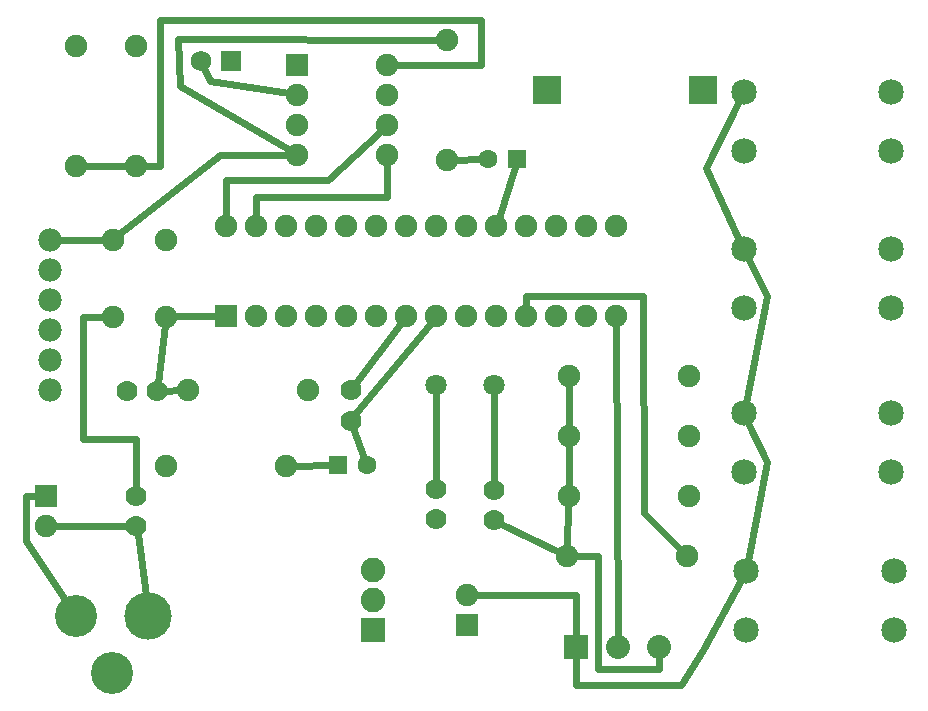
<source format=gbl>
G04 MADE WITH FRITZING*
G04 WWW.FRITZING.ORG*
G04 DOUBLE SIDED*
G04 HOLES PLATED*
G04 CONTOUR ON CENTER OF CONTOUR VECTOR*
%ASAXBY*%
%FSLAX23Y23*%
%MOIN*%
%OFA0B0*%
%SFA1.0B1.0*%
%ADD10C,0.093000*%
%ADD11C,0.078000*%
%ADD12C,0.075000*%
%ADD13C,0.070000*%
%ADD14C,0.080000*%
%ADD15C,0.082000*%
%ADD16C,0.158100*%
%ADD17C,0.140000*%
%ADD18C,0.062992*%
%ADD19C,0.070925*%
%ADD20C,0.070866*%
%ADD21C,0.069000*%
%ADD22C,0.085000*%
%ADD23R,0.080000X0.080000*%
%ADD24R,0.075000X0.075000*%
%ADD25R,0.082000X0.082000*%
%ADD26R,0.062992X0.062992*%
%ADD27R,0.069000X0.069000*%
%ADD28C,0.024000*%
%ADD29R,0.001000X0.001000*%
%LNCOPPER0*%
G90*
G70*
G54D10*
X1871Y2200D03*
X2391Y2200D03*
G54D11*
X212Y1202D03*
X212Y1302D03*
X212Y1402D03*
X212Y1502D03*
X212Y1602D03*
X212Y1702D03*
G54D12*
X599Y1702D03*
X599Y1446D03*
X422Y1702D03*
X422Y1446D03*
G54D13*
X569Y1198D03*
X469Y1198D03*
G54D14*
X1967Y346D03*
X2105Y346D03*
X2243Y346D03*
G54D12*
X801Y1448D03*
X801Y1748D03*
X901Y1448D03*
X901Y1748D03*
X1001Y1448D03*
X1001Y1748D03*
X1101Y1448D03*
X1101Y1748D03*
X1201Y1448D03*
X1201Y1748D03*
X1301Y1448D03*
X1301Y1748D03*
X1401Y1448D03*
X1401Y1748D03*
X1501Y1448D03*
X1501Y1748D03*
X1601Y1448D03*
X1601Y1748D03*
X1701Y1448D03*
X1701Y1748D03*
X1801Y1448D03*
X1801Y1748D03*
X1901Y1448D03*
X1901Y1748D03*
X2001Y1448D03*
X2001Y1748D03*
X2101Y1448D03*
X2101Y1748D03*
G54D15*
X1289Y400D03*
X1289Y500D03*
X1289Y600D03*
G54D16*
X541Y448D03*
G54D17*
X301Y448D03*
X421Y258D03*
G54D13*
X501Y748D03*
X501Y848D03*
G54D12*
X1602Y417D03*
X1602Y517D03*
X201Y848D03*
X201Y748D03*
G54D18*
X1172Y951D03*
X1271Y951D03*
G54D12*
X1001Y948D03*
X601Y948D03*
X674Y1201D03*
X1074Y1201D03*
G54D19*
X1692Y1218D03*
G54D20*
X1499Y1218D03*
G54D13*
X1215Y1200D03*
X1215Y1099D03*
X1501Y773D03*
X1501Y873D03*
X1693Y868D03*
X1693Y768D03*
G54D18*
X1771Y1970D03*
X1673Y1970D03*
G54D12*
X1535Y1969D03*
X1535Y2369D03*
X1037Y2286D03*
X1337Y2286D03*
X1037Y2186D03*
X1337Y2186D03*
X1037Y2086D03*
X1337Y2086D03*
X1037Y1986D03*
X1337Y1986D03*
X501Y1948D03*
X501Y2348D03*
X301Y1948D03*
X301Y2348D03*
G54D21*
X815Y2298D03*
X715Y2298D03*
G54D22*
X3017Y2196D03*
X3017Y1999D03*
X2525Y1999D03*
X2525Y2196D03*
X3017Y2196D03*
X3017Y1999D03*
X2525Y1999D03*
X2525Y2196D03*
X3017Y2196D03*
X3017Y1999D03*
X2525Y1999D03*
X2525Y2196D03*
X3017Y1672D03*
X3017Y1475D03*
X2525Y1475D03*
X2525Y1672D03*
X3017Y1672D03*
X3017Y1475D03*
X2525Y1475D03*
X2525Y1672D03*
X3017Y1672D03*
X3017Y1475D03*
X2525Y1475D03*
X2525Y1672D03*
G54D12*
X2342Y1248D03*
X1942Y1248D03*
X2342Y848D03*
X1942Y848D03*
X2342Y1048D03*
X1942Y1048D03*
X2337Y648D03*
X1937Y648D03*
G54D22*
X3025Y598D03*
X3025Y401D03*
X2533Y401D03*
X2533Y598D03*
X3025Y598D03*
X3025Y401D03*
X2533Y401D03*
X2533Y598D03*
X3025Y598D03*
X3025Y401D03*
X2533Y401D03*
X2533Y598D03*
X3017Y1125D03*
X3017Y928D03*
X2525Y928D03*
X2525Y1125D03*
X3017Y1125D03*
X3017Y928D03*
X2525Y928D03*
X2525Y1125D03*
X3017Y1125D03*
X3017Y928D03*
X2525Y928D03*
X2525Y1125D03*
G54D23*
X1967Y346D03*
G54D24*
X801Y1448D03*
G54D25*
X1289Y400D03*
G54D24*
X1602Y417D03*
X201Y848D03*
G54D26*
X1172Y951D03*
X1771Y1970D03*
G54D24*
X1037Y2286D03*
G54D27*
X815Y2298D03*
G54D28*
X1646Y1970D02*
X1563Y1969D01*
D02*
X1146Y950D02*
X1030Y949D01*
D02*
X2105Y377D02*
X2101Y1420D01*
D02*
X1693Y894D02*
X1692Y1191D01*
D02*
X1763Y1944D02*
X1710Y1776D01*
D02*
X1009Y2190D02*
X747Y2231D01*
D02*
X747Y2231D02*
X726Y2276D01*
D02*
X475Y748D02*
X230Y748D01*
D02*
X532Y518D02*
X505Y722D01*
D02*
X1500Y899D02*
X1499Y1191D01*
D02*
X772Y1448D02*
X627Y1447D01*
D02*
X572Y1224D02*
X595Y1418D01*
D02*
X645Y1200D02*
X595Y1199D01*
D02*
X1801Y1477D02*
X1801Y1515D01*
D02*
X1801Y1515D02*
X2188Y1515D01*
D02*
X2188Y1515D02*
X2193Y792D01*
D02*
X2193Y792D02*
X2316Y669D01*
D02*
X1316Y2066D02*
X1139Y1903D01*
D02*
X1139Y1903D02*
X801Y1903D01*
D02*
X801Y1903D02*
X801Y1777D01*
D02*
X1337Y1844D02*
X901Y1844D01*
D02*
X1337Y1957D02*
X1337Y1844D01*
D02*
X901Y1844D02*
X901Y1777D01*
D02*
X393Y1702D02*
X243Y1702D01*
D02*
X501Y1039D02*
X323Y1039D01*
D02*
X501Y875D02*
X501Y1039D01*
D02*
X323Y1039D02*
X323Y1446D01*
D02*
X323Y1446D02*
X393Y1446D01*
D02*
X267Y499D02*
X132Y699D01*
X132Y699D02*
X132Y848D01*
D02*
X132Y848D02*
X172Y848D01*
D02*
X779Y1986D02*
X444Y1720D01*
D02*
X1009Y1986D02*
X779Y1986D01*
D02*
X1506Y2369D02*
X641Y2371D01*
D02*
X641Y2371D02*
X645Y2214D01*
D02*
X645Y2214D02*
X1012Y2000D01*
D02*
X1911Y661D02*
X1717Y756D01*
D02*
X1941Y820D02*
X1937Y677D01*
D02*
X1942Y1020D02*
X1942Y877D01*
D02*
X1942Y1220D02*
X1942Y1077D01*
D02*
X1224Y1075D02*
X1261Y976D01*
D02*
X1483Y1426D02*
X1231Y1120D01*
D02*
X2243Y315D02*
X2243Y271D01*
D02*
X2243Y271D02*
X2041Y271D01*
D02*
X2041Y271D02*
X2041Y648D01*
D02*
X2041Y648D02*
X1965Y648D01*
D02*
X330Y1948D02*
X472Y1948D01*
D02*
X1384Y1425D02*
X1230Y1220D01*
D02*
X1967Y517D02*
X1631Y517D01*
D02*
X1967Y377D02*
X1967Y517D01*
D02*
X2391Y335D02*
X2316Y219D01*
D02*
X2516Y567D02*
X2391Y335D01*
D02*
X2316Y219D02*
X1967Y219D01*
X1967Y219D02*
X1967Y315D01*
D02*
X2540Y1093D02*
X2604Y963D01*
X2604Y963D02*
X2539Y632D01*
D02*
X2540Y1641D02*
X2604Y1515D01*
X2604Y1515D02*
X2532Y1159D01*
D02*
X2509Y2165D02*
X2399Y1943D01*
D02*
X2399Y1943D02*
X2510Y1703D01*
D02*
X1366Y2286D02*
X1651Y2286D01*
D02*
X1651Y2286D02*
X1651Y2435D01*
D02*
X1651Y2435D02*
X579Y2435D01*
D02*
X579Y1948D02*
X530Y1948D01*
D02*
X579Y2435D02*
X579Y1948D01*
G54D29*
X1824Y2246D02*
X1916Y2246D01*
X2344Y2246D02*
X2436Y2246D01*
X1824Y2245D02*
X1916Y2245D01*
X2344Y2245D02*
X2436Y2245D01*
X1824Y2244D02*
X1916Y2244D01*
X2344Y2244D02*
X2436Y2244D01*
X1824Y2243D02*
X1916Y2243D01*
X2344Y2243D02*
X2436Y2243D01*
X1824Y2242D02*
X1916Y2242D01*
X2344Y2242D02*
X2436Y2242D01*
X1824Y2241D02*
X1916Y2241D01*
X2344Y2241D02*
X2436Y2241D01*
X1824Y2240D02*
X1916Y2240D01*
X2344Y2240D02*
X2436Y2240D01*
X1824Y2239D02*
X1916Y2239D01*
X2344Y2239D02*
X2436Y2239D01*
X1824Y2238D02*
X1916Y2238D01*
X2344Y2238D02*
X2436Y2238D01*
X1824Y2237D02*
X1916Y2237D01*
X2344Y2237D02*
X2436Y2237D01*
X1824Y2236D02*
X1861Y2236D01*
X1879Y2236D02*
X1916Y2236D01*
X2344Y2236D02*
X2381Y2236D01*
X2399Y2236D02*
X2436Y2236D01*
X1824Y2235D02*
X1858Y2235D01*
X1882Y2235D02*
X1916Y2235D01*
X2344Y2235D02*
X2378Y2235D01*
X2402Y2235D02*
X2436Y2235D01*
X1824Y2234D02*
X1855Y2234D01*
X1885Y2234D02*
X1916Y2234D01*
X2344Y2234D02*
X2375Y2234D01*
X2405Y2234D02*
X2436Y2234D01*
X1824Y2233D02*
X1853Y2233D01*
X1887Y2233D02*
X1916Y2233D01*
X2344Y2233D02*
X2373Y2233D01*
X2407Y2233D02*
X2436Y2233D01*
X1824Y2232D02*
X1851Y2232D01*
X1889Y2232D02*
X1916Y2232D01*
X2344Y2232D02*
X2371Y2232D01*
X2409Y2232D02*
X2436Y2232D01*
X1824Y2231D02*
X1850Y2231D01*
X1891Y2231D02*
X1916Y2231D01*
X2344Y2231D02*
X2370Y2231D01*
X2411Y2231D02*
X2436Y2231D01*
X1824Y2230D02*
X1848Y2230D01*
X1892Y2230D02*
X1916Y2230D01*
X2344Y2230D02*
X2368Y2230D01*
X2412Y2230D02*
X2436Y2230D01*
X1824Y2229D02*
X1847Y2229D01*
X1893Y2229D02*
X1916Y2229D01*
X2344Y2229D02*
X2367Y2229D01*
X2413Y2229D02*
X2436Y2229D01*
X1824Y2228D02*
X1846Y2228D01*
X1895Y2228D02*
X1916Y2228D01*
X2344Y2228D02*
X2366Y2228D01*
X2415Y2228D02*
X2436Y2228D01*
X1824Y2227D02*
X1845Y2227D01*
X1896Y2227D02*
X1916Y2227D01*
X2344Y2227D02*
X2365Y2227D01*
X2416Y2227D02*
X2436Y2227D01*
X1824Y2226D02*
X1844Y2226D01*
X1897Y2226D02*
X1916Y2226D01*
X2344Y2226D02*
X2364Y2226D01*
X2417Y2226D02*
X2436Y2226D01*
X1824Y2225D02*
X1843Y2225D01*
X1898Y2225D02*
X1916Y2225D01*
X2344Y2225D02*
X2363Y2225D01*
X2418Y2225D02*
X2436Y2225D01*
X1824Y2224D02*
X1842Y2224D01*
X1899Y2224D02*
X1916Y2224D01*
X2344Y2224D02*
X2362Y2224D01*
X2418Y2224D02*
X2436Y2224D01*
X1824Y2223D02*
X1841Y2223D01*
X1899Y2223D02*
X1916Y2223D01*
X2344Y2223D02*
X2361Y2223D01*
X2419Y2223D02*
X2436Y2223D01*
X1824Y2222D02*
X1840Y2222D01*
X1900Y2222D02*
X1916Y2222D01*
X2344Y2222D02*
X2360Y2222D01*
X2420Y2222D02*
X2436Y2222D01*
X1824Y2221D02*
X1840Y2221D01*
X1901Y2221D02*
X1916Y2221D01*
X2344Y2221D02*
X2359Y2221D01*
X2421Y2221D02*
X2436Y2221D01*
X1824Y2220D02*
X1839Y2220D01*
X1901Y2220D02*
X1916Y2220D01*
X2344Y2220D02*
X2359Y2220D01*
X2421Y2220D02*
X2436Y2220D01*
X1824Y2219D02*
X1838Y2219D01*
X1902Y2219D02*
X1916Y2219D01*
X2344Y2219D02*
X2358Y2219D01*
X2422Y2219D02*
X2436Y2219D01*
X1824Y2218D02*
X1838Y2218D01*
X1903Y2218D02*
X1916Y2218D01*
X2344Y2218D02*
X2358Y2218D01*
X2423Y2218D02*
X2436Y2218D01*
X1824Y2217D02*
X1837Y2217D01*
X1903Y2217D02*
X1916Y2217D01*
X2344Y2217D02*
X2357Y2217D01*
X2423Y2217D02*
X2436Y2217D01*
X1824Y2216D02*
X1837Y2216D01*
X1904Y2216D02*
X1916Y2216D01*
X2344Y2216D02*
X2357Y2216D01*
X2424Y2216D02*
X2436Y2216D01*
X1824Y2215D02*
X1836Y2215D01*
X1904Y2215D02*
X1916Y2215D01*
X2344Y2215D02*
X2356Y2215D01*
X2424Y2215D02*
X2436Y2215D01*
X1824Y2214D02*
X1836Y2214D01*
X1905Y2214D02*
X1916Y2214D01*
X2344Y2214D02*
X2356Y2214D01*
X2424Y2214D02*
X2436Y2214D01*
X1824Y2213D02*
X1835Y2213D01*
X1905Y2213D02*
X1916Y2213D01*
X2344Y2213D02*
X2355Y2213D01*
X2425Y2213D02*
X2436Y2213D01*
X1824Y2212D02*
X1835Y2212D01*
X1905Y2212D02*
X1916Y2212D01*
X2344Y2212D02*
X2355Y2212D01*
X2425Y2212D02*
X2436Y2212D01*
X1824Y2211D02*
X1835Y2211D01*
X1906Y2211D02*
X1916Y2211D01*
X2344Y2211D02*
X2355Y2211D01*
X2426Y2211D02*
X2436Y2211D01*
X1824Y2210D02*
X1835Y2210D01*
X1906Y2210D02*
X1916Y2210D01*
X2344Y2210D02*
X2354Y2210D01*
X2426Y2210D02*
X2436Y2210D01*
X1824Y2209D02*
X1834Y2209D01*
X1906Y2209D02*
X1916Y2209D01*
X2344Y2209D02*
X2354Y2209D01*
X2426Y2209D02*
X2436Y2209D01*
X1824Y2208D02*
X1834Y2208D01*
X1906Y2208D02*
X1916Y2208D01*
X2344Y2208D02*
X2354Y2208D01*
X2426Y2208D02*
X2436Y2208D01*
X1824Y2207D02*
X1834Y2207D01*
X1907Y2207D02*
X1916Y2207D01*
X2344Y2207D02*
X2354Y2207D01*
X2426Y2207D02*
X2436Y2207D01*
X1824Y2206D02*
X1834Y2206D01*
X1907Y2206D02*
X1916Y2206D01*
X2344Y2206D02*
X2354Y2206D01*
X2427Y2206D02*
X2436Y2206D01*
X1824Y2205D02*
X1834Y2205D01*
X1907Y2205D02*
X1916Y2205D01*
X2344Y2205D02*
X2353Y2205D01*
X2427Y2205D02*
X2436Y2205D01*
X1824Y2204D02*
X1833Y2204D01*
X1907Y2204D02*
X1916Y2204D01*
X2344Y2204D02*
X2353Y2204D01*
X2427Y2204D02*
X2436Y2204D01*
X1824Y2203D02*
X1833Y2203D01*
X1907Y2203D02*
X1916Y2203D01*
X2344Y2203D02*
X2353Y2203D01*
X2427Y2203D02*
X2436Y2203D01*
X1824Y2202D02*
X1833Y2202D01*
X1907Y2202D02*
X1916Y2202D01*
X2344Y2202D02*
X2353Y2202D01*
X2427Y2202D02*
X2436Y2202D01*
X1824Y2201D02*
X1833Y2201D01*
X1907Y2201D02*
X1916Y2201D01*
X2344Y2201D02*
X2353Y2201D01*
X2427Y2201D02*
X2436Y2201D01*
X1824Y2200D02*
X1833Y2200D01*
X1907Y2200D02*
X1916Y2200D01*
X2344Y2200D02*
X2353Y2200D01*
X2427Y2200D02*
X2436Y2200D01*
X1824Y2199D02*
X1833Y2199D01*
X1907Y2199D02*
X1916Y2199D01*
X2344Y2199D02*
X2353Y2199D01*
X2427Y2199D02*
X2436Y2199D01*
X1824Y2198D02*
X1833Y2198D01*
X1907Y2198D02*
X1916Y2198D01*
X2344Y2198D02*
X2353Y2198D01*
X2427Y2198D02*
X2436Y2198D01*
X1824Y2197D02*
X1833Y2197D01*
X1907Y2197D02*
X1916Y2197D01*
X2344Y2197D02*
X2353Y2197D01*
X2427Y2197D02*
X2436Y2197D01*
X1824Y2196D02*
X1834Y2196D01*
X1907Y2196D02*
X1916Y2196D01*
X2344Y2196D02*
X2353Y2196D01*
X2427Y2196D02*
X2436Y2196D01*
X1824Y2195D02*
X1834Y2195D01*
X1907Y2195D02*
X1916Y2195D01*
X2344Y2195D02*
X2354Y2195D01*
X2427Y2195D02*
X2436Y2195D01*
X1824Y2194D02*
X1834Y2194D01*
X1907Y2194D02*
X1916Y2194D01*
X2344Y2194D02*
X2354Y2194D01*
X2426Y2194D02*
X2436Y2194D01*
X1824Y2193D02*
X1834Y2193D01*
X1906Y2193D02*
X1916Y2193D01*
X2344Y2193D02*
X2354Y2193D01*
X2426Y2193D02*
X2436Y2193D01*
X1824Y2192D02*
X1834Y2192D01*
X1906Y2192D02*
X1916Y2192D01*
X2344Y2192D02*
X2354Y2192D01*
X2426Y2192D02*
X2436Y2192D01*
X1824Y2191D02*
X1834Y2191D01*
X1906Y2191D02*
X1916Y2191D01*
X2344Y2191D02*
X2354Y2191D01*
X2426Y2191D02*
X2436Y2191D01*
X1824Y2190D02*
X1835Y2190D01*
X1906Y2190D02*
X1916Y2190D01*
X2344Y2190D02*
X2355Y2190D01*
X2426Y2190D02*
X2436Y2190D01*
X1824Y2189D02*
X1835Y2189D01*
X1905Y2189D02*
X1916Y2189D01*
X2344Y2189D02*
X2355Y2189D01*
X2425Y2189D02*
X2436Y2189D01*
X1824Y2188D02*
X1835Y2188D01*
X1905Y2188D02*
X1916Y2188D01*
X2344Y2188D02*
X2355Y2188D01*
X2425Y2188D02*
X2436Y2188D01*
X1824Y2187D02*
X1836Y2187D01*
X1905Y2187D02*
X1916Y2187D01*
X2344Y2187D02*
X2356Y2187D01*
X2424Y2187D02*
X2436Y2187D01*
X1824Y2186D02*
X1836Y2186D01*
X1904Y2186D02*
X1916Y2186D01*
X2344Y2186D02*
X2356Y2186D01*
X2424Y2186D02*
X2436Y2186D01*
X1824Y2185D02*
X1837Y2185D01*
X1904Y2185D02*
X1916Y2185D01*
X2344Y2185D02*
X2357Y2185D01*
X2424Y2185D02*
X2436Y2185D01*
X1824Y2184D02*
X1837Y2184D01*
X1903Y2184D02*
X1916Y2184D01*
X2344Y2184D02*
X2357Y2184D01*
X2423Y2184D02*
X2436Y2184D01*
X1824Y2183D02*
X1838Y2183D01*
X1903Y2183D02*
X1916Y2183D01*
X2344Y2183D02*
X2358Y2183D01*
X2423Y2183D02*
X2436Y2183D01*
X1824Y2182D02*
X1838Y2182D01*
X1902Y2182D02*
X1916Y2182D01*
X2344Y2182D02*
X2358Y2182D01*
X2422Y2182D02*
X2436Y2182D01*
X1824Y2181D02*
X1839Y2181D01*
X1902Y2181D02*
X1916Y2181D01*
X2344Y2181D02*
X2359Y2181D01*
X2421Y2181D02*
X2436Y2181D01*
X1824Y2180D02*
X1840Y2180D01*
X1901Y2180D02*
X1916Y2180D01*
X2344Y2180D02*
X2359Y2180D01*
X2421Y2180D02*
X2436Y2180D01*
X1824Y2179D02*
X1840Y2179D01*
X1900Y2179D02*
X1916Y2179D01*
X2344Y2179D02*
X2360Y2179D01*
X2420Y2179D02*
X2436Y2179D01*
X1824Y2178D02*
X1841Y2178D01*
X1899Y2178D02*
X1916Y2178D01*
X2344Y2178D02*
X2361Y2178D01*
X2419Y2178D02*
X2436Y2178D01*
X1824Y2177D02*
X1842Y2177D01*
X1899Y2177D02*
X1916Y2177D01*
X2344Y2177D02*
X2362Y2177D01*
X2418Y2177D02*
X2436Y2177D01*
X1824Y2176D02*
X1843Y2176D01*
X1898Y2176D02*
X1916Y2176D01*
X2344Y2176D02*
X2363Y2176D01*
X2418Y2176D02*
X2436Y2176D01*
X1824Y2175D02*
X1844Y2175D01*
X1897Y2175D02*
X1916Y2175D01*
X2344Y2175D02*
X2364Y2175D01*
X2417Y2175D02*
X2436Y2175D01*
X1824Y2174D02*
X1845Y2174D01*
X1896Y2174D02*
X1916Y2174D01*
X2344Y2174D02*
X2365Y2174D01*
X2416Y2174D02*
X2436Y2174D01*
X1824Y2173D02*
X1846Y2173D01*
X1895Y2173D02*
X1916Y2173D01*
X2344Y2173D02*
X2366Y2173D01*
X2415Y2173D02*
X2436Y2173D01*
X1824Y2172D02*
X1847Y2172D01*
X1893Y2172D02*
X1916Y2172D01*
X2344Y2172D02*
X2367Y2172D01*
X2413Y2172D02*
X2436Y2172D01*
X1824Y2171D02*
X1848Y2171D01*
X1892Y2171D02*
X1916Y2171D01*
X2344Y2171D02*
X2368Y2171D01*
X2412Y2171D02*
X2436Y2171D01*
X1824Y2170D02*
X1850Y2170D01*
X1891Y2170D02*
X1916Y2170D01*
X2344Y2170D02*
X2370Y2170D01*
X2411Y2170D02*
X2436Y2170D01*
X1824Y2169D02*
X1851Y2169D01*
X1889Y2169D02*
X1916Y2169D01*
X2344Y2169D02*
X2371Y2169D01*
X2409Y2169D02*
X2436Y2169D01*
X1824Y2168D02*
X1853Y2168D01*
X1887Y2168D02*
X1916Y2168D01*
X2344Y2168D02*
X2373Y2168D01*
X2407Y2168D02*
X2436Y2168D01*
X1824Y2167D02*
X1855Y2167D01*
X1885Y2167D02*
X1916Y2167D01*
X2344Y2167D02*
X2375Y2167D01*
X2405Y2167D02*
X2436Y2167D01*
X1824Y2166D02*
X1858Y2166D01*
X1883Y2166D02*
X1916Y2166D01*
X2344Y2166D02*
X2378Y2166D01*
X2402Y2166D02*
X2436Y2166D01*
X1824Y2165D02*
X1861Y2165D01*
X1879Y2165D02*
X1916Y2165D01*
X2344Y2165D02*
X2381Y2165D01*
X2399Y2165D02*
X2436Y2165D01*
X1824Y2164D02*
X1916Y2164D01*
X2344Y2164D02*
X2436Y2164D01*
X1824Y2163D02*
X1916Y2163D01*
X2344Y2163D02*
X2436Y2163D01*
X1824Y2162D02*
X1916Y2162D01*
X2344Y2162D02*
X2436Y2162D01*
X1824Y2161D02*
X1916Y2161D01*
X2344Y2161D02*
X2436Y2161D01*
X1824Y2160D02*
X1916Y2160D01*
X2344Y2160D02*
X2436Y2160D01*
X1824Y2159D02*
X1916Y2159D01*
X2344Y2159D02*
X2436Y2159D01*
X1824Y2158D02*
X1916Y2158D01*
X2344Y2158D02*
X2436Y2158D01*
X1824Y2157D02*
X1916Y2157D01*
X2344Y2157D02*
X2436Y2157D01*
X1824Y2156D02*
X1916Y2156D01*
X2344Y2156D02*
X2436Y2156D01*
X1824Y2155D02*
X1916Y2155D01*
X2344Y2155D02*
X2436Y2155D01*
X1825Y2154D02*
X1916Y2154D01*
X2345Y2154D02*
X2436Y2154D01*
D02*
G04 End of Copper0*
M02*
</source>
